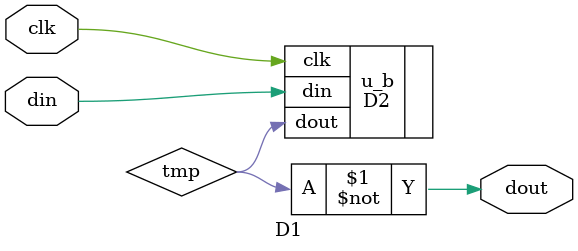
<source format=v>

module D1
  (input clk,
   input  din,
   output dout
   );
   // verilator foreign_module
   wire   tmp;
   D2 u_b(.clk(clk),
	  .din(din),
	  .dout(tmp));
   assign dout = ~tmp;
endmodule

</source>
